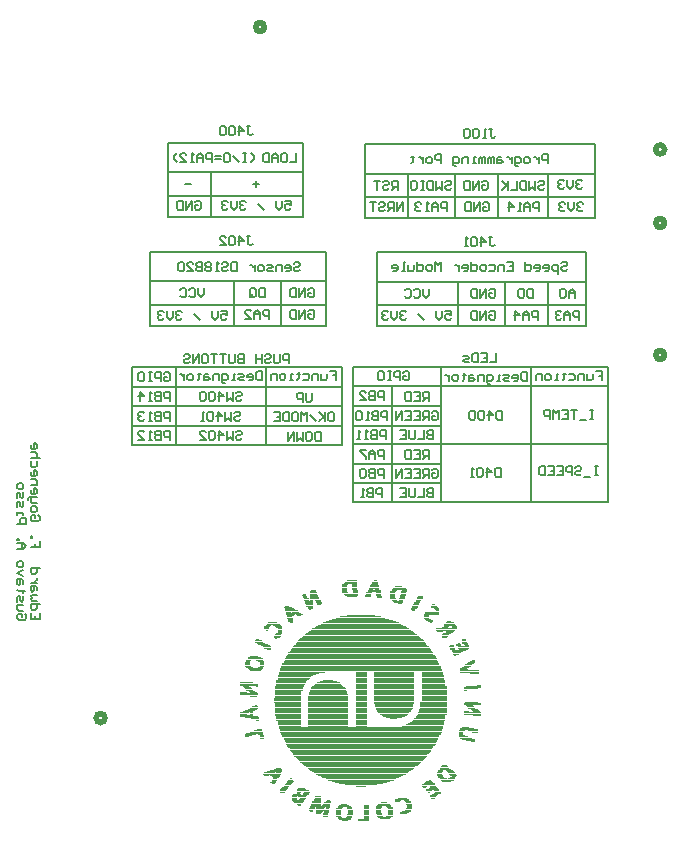
<source format=gbo>
G04*
G04 #@! TF.GenerationSoftware,Altium Limited,Altium Designer,24.3.1 (35)*
G04*
G04 Layer_Color=32896*
%FSLAX25Y25*%
%MOIN*%
G70*
G04*
G04 #@! TF.SameCoordinates,CBDEA9DE-FB5E-4B32-9C3F-323BEE311ABC*
G04*
G04*
G04 #@! TF.FilePolarity,Positive*
G04*
G01*
G75*
%ADD10C,0.00500*%
%ADD69C,0.02000*%
%ADD80C,0.00400*%
D10*
X48425Y208366D02*
X106890D01*
X48425Y233071D02*
X106890D01*
Y208366D02*
Y233071D01*
X48425Y208366D02*
Y233071D01*
X54527Y244685D02*
X99213D01*
X54527Y269390D02*
X99213D01*
Y244685D02*
Y269390D01*
X54527Y244685D02*
Y269390D01*
X120177Y244094D02*
X196653D01*
X120177Y268799D02*
X196653D01*
Y244094D02*
Y268799D01*
X120177Y244094D02*
Y268799D01*
X124016Y208268D02*
X193602D01*
X124016Y232972D02*
X193602D01*
Y208268D02*
Y232972D01*
X124016Y208268D02*
Y232972D01*
X115945Y149549D02*
X200984D01*
X115945Y194431D02*
X200984D01*
Y149549D02*
Y194431D01*
X115945Y149549D02*
Y194431D01*
X42520Y168504D02*
X112205D01*
X42520Y194488D02*
X112205D01*
Y168504D02*
Y194488D01*
X42520Y168504D02*
Y194488D01*
X57061Y194488D02*
X57065Y168504D01*
X87005Y194488D02*
X87008Y168504D01*
X115945Y168841D02*
X200984Y168841D01*
X115945Y162205D02*
X145472D01*
X115945Y155760D02*
X145472D01*
X128937Y188132D02*
X128942Y149549D01*
X42520Y187955D02*
X112205D01*
X42520Y181510D02*
X112205D01*
X42520Y174803D02*
X112205D01*
X115945Y175051D02*
X145473D01*
X115945Y181496D02*
X145473D01*
X145472Y194431D02*
X145478Y149549D01*
X175416Y194431D02*
X175421Y149549D01*
X115945Y188132D02*
X200984Y188132D01*
X150886Y208268D02*
Y223031D01*
X124409Y223031D02*
X193504Y223031D01*
X124016Y215256D02*
X193504Y215256D01*
X166535Y208268D02*
Y223031D01*
X180905Y208268D02*
Y223031D01*
X180020Y251083D02*
X196653D01*
X180020Y258858D02*
X196457D01*
X181102Y244094D02*
Y258858D01*
X120276D02*
X181102D01*
X68602Y244685D02*
Y259449D01*
X54528Y251673D02*
X99114D01*
X54626Y259449D02*
X99213D01*
X120177Y251083D02*
X180118D01*
X134252Y244094D02*
Y258858D01*
X149902Y244094D02*
Y258858D01*
X164272Y244094D02*
Y258858D01*
X48425Y223130D02*
X106890Y223130D01*
X48425Y215354D02*
X106791Y215354D01*
X76279Y208366D02*
Y223130D01*
X91929Y208366D02*
Y223130D01*
X163752Y199111D02*
Y196112D01*
X161752D01*
X158753Y199111D02*
X160753D01*
Y196112D01*
X158753D01*
X160753Y197612D02*
X159753D01*
X157754Y199111D02*
Y196112D01*
X156254D01*
X155754Y196612D01*
Y198611D01*
X156254Y199111D01*
X157754D01*
X154754Y196112D02*
X153255D01*
X152755Y196612D01*
X153255Y197112D01*
X154255D01*
X154754Y197612D01*
X154255Y198112D01*
X152755D01*
X85720Y193081D02*
Y190082D01*
X84221D01*
X83721Y190582D01*
Y192581D01*
X84221Y193081D01*
X85720D01*
X81222Y190082D02*
X82222D01*
X82721Y190582D01*
Y191582D01*
X82222Y192082D01*
X81222D01*
X80722Y191582D01*
Y191082D01*
X82721D01*
X79722Y190082D02*
X78223D01*
X77723Y190582D01*
X78223Y191082D01*
X79223D01*
X79722Y191582D01*
X79223Y192082D01*
X77723D01*
X76723Y190082D02*
X75724D01*
X76223D01*
Y192082D01*
X76723D01*
X73225Y189083D02*
X72725D01*
X72225Y189583D01*
Y192082D01*
X73724D01*
X74224Y191582D01*
Y190582D01*
X73724Y190082D01*
X72225D01*
X71225D02*
Y192082D01*
X69726D01*
X69226Y191582D01*
Y190082D01*
X67726Y192082D02*
X66727D01*
X66227Y191582D01*
Y190082D01*
X67726D01*
X68226Y190582D01*
X67726Y191082D01*
X66227D01*
X64727Y192581D02*
Y192082D01*
X65227D01*
X64227D01*
X64727D01*
Y190582D01*
X64227Y190082D01*
X62228D02*
X61228D01*
X60729Y190582D01*
Y191582D01*
X61228Y192082D01*
X62228D01*
X62728Y191582D01*
Y190582D01*
X62228Y190082D01*
X59729Y192082D02*
Y190082D01*
Y191082D01*
X59229Y191582D01*
X58729Y192082D01*
X58229D01*
X108524Y193263D02*
X110524D01*
Y191763D01*
X109524D01*
X110524D01*
Y190264D01*
X107525Y192263D02*
Y190764D01*
X107025Y190264D01*
X105525D01*
Y192263D01*
X104526Y190264D02*
Y192263D01*
X103026D01*
X102526Y191763D01*
Y190264D01*
X99527Y192263D02*
X101027D01*
X101526Y191763D01*
Y190764D01*
X101027Y190264D01*
X99527D01*
X98028Y192763D02*
Y192263D01*
X98527D01*
X97528D01*
X98028D01*
Y190764D01*
X97528Y190264D01*
X96028D02*
X95029D01*
X95529D01*
Y192263D01*
X96028D01*
X93029Y190264D02*
X92030D01*
X91530Y190764D01*
Y191763D01*
X92030Y192263D01*
X93029D01*
X93529Y191763D01*
Y190764D01*
X93029Y190264D01*
X90530D02*
Y192263D01*
X89031D01*
X88531Y191763D01*
Y190264D01*
X53013Y192369D02*
X53512Y192869D01*
X54512D01*
X55012Y192369D01*
Y190370D01*
X54512Y189870D01*
X53512D01*
X53013Y190370D01*
Y191370D01*
X54012D01*
X52013Y189870D02*
Y192869D01*
X50513D01*
X50013Y192369D01*
Y191370D01*
X50513Y190870D01*
X52013D01*
X49014Y192869D02*
X48014D01*
X48514D01*
Y189870D01*
X49014D01*
X48014D01*
X45015Y192869D02*
X46015D01*
X46515Y192369D01*
Y190370D01*
X46015Y189870D01*
X45015D01*
X44515Y190370D01*
Y192369D01*
X45015Y192869D01*
X94567Y195776D02*
Y198775D01*
X93067D01*
X92568Y198275D01*
Y197275D01*
X93067Y196775D01*
X94567D01*
X91568Y198775D02*
Y196275D01*
X91068Y195776D01*
X90068D01*
X89569Y196275D01*
Y198775D01*
X86570Y198275D02*
X87069Y198775D01*
X88069D01*
X88569Y198275D01*
Y197775D01*
X88069Y197275D01*
X87069D01*
X86570Y196775D01*
Y196275D01*
X87069Y195776D01*
X88069D01*
X88569Y196275D01*
X85570Y198775D02*
Y195776D01*
Y197275D01*
X83570D01*
Y198775D01*
Y195776D01*
X79572Y198775D02*
Y195776D01*
X78072D01*
X77573Y196275D01*
Y196775D01*
X78072Y197275D01*
X79572D01*
X78072D01*
X77573Y197775D01*
Y198275D01*
X78072Y198775D01*
X79572D01*
X76573D02*
Y196275D01*
X76073Y195776D01*
X75073D01*
X74573Y196275D01*
Y198775D01*
X73574D02*
X71574D01*
X72574D01*
Y195776D01*
X70575Y198775D02*
X68575D01*
X69575D01*
Y195776D01*
X66076Y198775D02*
X67076D01*
X67576Y198275D01*
Y196275D01*
X67076Y195776D01*
X66076D01*
X65576Y196275D01*
Y198275D01*
X66076Y198775D01*
X64577Y195776D02*
Y198775D01*
X62577Y195776D01*
Y198775D01*
X59578Y198275D02*
X60078Y198775D01*
X61078D01*
X61578Y198275D01*
Y197775D01*
X61078Y197275D01*
X60078D01*
X59578Y196775D01*
Y196275D01*
X60078Y195776D01*
X61078D01*
X61578Y196275D01*
X165859Y179936D02*
Y176937D01*
X164359D01*
X163860Y177436D01*
Y179436D01*
X164359Y179936D01*
X165859D01*
X161360Y176937D02*
Y179936D01*
X162860Y178436D01*
X160861D01*
X159861Y179436D02*
X159361Y179936D01*
X158361D01*
X157862Y179436D01*
Y177436D01*
X158361Y176937D01*
X159361D01*
X159861Y177436D01*
Y179436D01*
X156862D02*
X156362Y179936D01*
X155362D01*
X154862Y179436D01*
Y177436D01*
X155362Y176937D01*
X156362D01*
X156862Y177436D01*
Y179436D01*
X165359Y161038D02*
Y158039D01*
X163860D01*
X163360Y158539D01*
Y160538D01*
X163860Y161038D01*
X165359D01*
X160861Y158039D02*
Y161038D01*
X162360Y159538D01*
X160361D01*
X159361Y160538D02*
X158861Y161038D01*
X157862D01*
X157362Y160538D01*
Y158539D01*
X157862Y158039D01*
X158861D01*
X159361Y158539D01*
Y160538D01*
X156362Y158039D02*
X155362D01*
X155862D01*
Y161038D01*
X156362Y160538D01*
X197660Y161422D02*
X196660D01*
X197160D01*
Y158423D01*
X197660D01*
X196660D01*
X195161Y157923D02*
X193161D01*
X190162Y160922D02*
X190662Y161422D01*
X191662D01*
X192162Y160922D01*
Y160422D01*
X191662Y159923D01*
X190662D01*
X190162Y159423D01*
Y158923D01*
X190662Y158423D01*
X191662D01*
X192162Y158923D01*
X189163Y158423D02*
Y161422D01*
X187663D01*
X187163Y160922D01*
Y159923D01*
X187663Y159423D01*
X189163D01*
X184164Y161422D02*
X186164D01*
Y158423D01*
X184164D01*
X186164Y159923D02*
X185164D01*
X181165Y161422D02*
X183165D01*
Y158423D01*
X181165D01*
X183165Y159923D02*
X182165D01*
X180166Y161422D02*
Y158423D01*
X178666D01*
X178166Y158923D01*
Y160922D01*
X178666Y161422D01*
X180166D01*
X126272Y164033D02*
Y167033D01*
X124772D01*
X124272Y166533D01*
Y165533D01*
X124772Y165033D01*
X126272D01*
X123273Y164033D02*
Y166033D01*
X122273Y167033D01*
X121273Y166033D01*
Y164033D01*
Y165533D01*
X123273D01*
X120274Y167033D02*
X118274D01*
Y166533D01*
X120274Y164533D01*
Y164033D01*
X126272Y157589D02*
Y160588D01*
X124772D01*
X124272Y160088D01*
Y159088D01*
X124772Y158588D01*
X126272D01*
X123273Y160588D02*
Y157589D01*
X121773D01*
X121273Y158088D01*
Y158588D01*
X121773Y159088D01*
X123273D01*
X121773D01*
X121273Y159588D01*
Y160088D01*
X121773Y160588D01*
X123273D01*
X120274Y160088D02*
X119774Y160588D01*
X118774D01*
X118274Y160088D01*
Y158088D01*
X118774Y157589D01*
X119774D01*
X120274Y158088D01*
Y160088D01*
X125772Y151144D02*
Y154143D01*
X124272D01*
X123773Y153643D01*
Y152643D01*
X124272Y152143D01*
X125772D01*
X122773Y154143D02*
Y151144D01*
X121273D01*
X120773Y151644D01*
Y152143D01*
X121273Y152643D01*
X122773D01*
X121273D01*
X120773Y153143D01*
Y153643D01*
X121273Y154143D01*
X122773D01*
X119774Y151144D02*
X118774D01*
X119274D01*
Y154143D01*
X119774Y153643D01*
X142710Y154143D02*
Y151144D01*
X141210D01*
X140710Y151644D01*
Y152143D01*
X141210Y152643D01*
X142710D01*
X141210D01*
X140710Y153143D01*
Y153643D01*
X141210Y154143D01*
X142710D01*
X139711D02*
Y151144D01*
X137712D01*
X136712Y154143D02*
Y151644D01*
X136212Y151144D01*
X135212D01*
X134713Y151644D01*
Y154143D01*
X131713D02*
X133713D01*
Y151144D01*
X131713D01*
X133713Y152643D02*
X132713D01*
X142210Y160088D02*
X142710Y160588D01*
X143710D01*
X144209Y160088D01*
Y158088D01*
X143710Y157589D01*
X142710D01*
X142210Y158088D01*
Y159088D01*
X143210D01*
X141210Y157589D02*
Y160588D01*
X139711D01*
X139211Y160088D01*
Y159088D01*
X139711Y158588D01*
X141210D01*
X140211D02*
X139211Y157589D01*
X136212Y160588D02*
X138211D01*
Y157589D01*
X136212D01*
X138211Y159088D02*
X137212D01*
X133213Y160588D02*
X135212D01*
Y157589D01*
X133213D01*
X135212Y159088D02*
X134213D01*
X132213Y157589D02*
Y160588D01*
X130214Y157589D01*
Y160588D01*
X141210Y164033D02*
Y167033D01*
X139711D01*
X139211Y166533D01*
Y165533D01*
X139711Y165033D01*
X141210D01*
X140211D02*
X139211Y164033D01*
X136212Y167033D02*
X138211D01*
Y164033D01*
X136212D01*
X138211Y165533D02*
X137212D01*
X135212Y167033D02*
Y164033D01*
X133713D01*
X133213Y164533D01*
Y166533D01*
X133713Y167033D01*
X135212D01*
X76973Y185838D02*
X77473Y186338D01*
X78473D01*
X78973Y185838D01*
Y185338D01*
X78473Y184838D01*
X77473D01*
X76973Y184338D01*
Y183838D01*
X77473Y183339D01*
X78473D01*
X78973Y183838D01*
X75974Y186338D02*
Y183339D01*
X74974Y184338D01*
X73974Y183339D01*
Y186338D01*
X71475Y183339D02*
Y186338D01*
X72975Y184838D01*
X70975D01*
X69976Y185838D02*
X69476Y186338D01*
X68476D01*
X67976Y185838D01*
Y183838D01*
X68476Y183339D01*
X69476D01*
X69976Y183838D01*
Y185838D01*
X66976D02*
X66477Y186338D01*
X65477D01*
X64977Y185838D01*
Y183838D01*
X65477Y183339D01*
X66477D01*
X66976Y183838D01*
Y185838D01*
X102239Y185944D02*
Y183445D01*
X101739Y182945D01*
X100739D01*
X100239Y183445D01*
Y185944D01*
X99240Y182945D02*
Y185944D01*
X97740D01*
X97240Y185444D01*
Y184444D01*
X97740Y183945D01*
X99240D01*
X55012Y183339D02*
Y186338D01*
X53512D01*
X53013Y185838D01*
Y184838D01*
X53512Y184338D01*
X55012D01*
X52013Y186338D02*
Y183339D01*
X50513D01*
X50013Y183838D01*
Y184338D01*
X50513Y184838D01*
X52013D01*
X50513D01*
X50013Y185338D01*
Y185838D01*
X50513Y186338D01*
X52013D01*
X49014Y183339D02*
X48014D01*
X48514D01*
Y186338D01*
X49014Y185838D01*
X45015Y183339D02*
Y186338D01*
X46515Y184838D01*
X44515D01*
X55012Y176632D02*
Y179631D01*
X53512D01*
X53013Y179131D01*
Y178131D01*
X53512Y177632D01*
X55012D01*
X52013Y179631D02*
Y176632D01*
X50513D01*
X50013Y177132D01*
Y177632D01*
X50513Y178131D01*
X52013D01*
X50513D01*
X50013Y178631D01*
Y179131D01*
X50513Y179631D01*
X52013D01*
X49014Y176632D02*
X48014D01*
X48514D01*
Y179631D01*
X49014Y179131D01*
X46515D02*
X46015Y179631D01*
X45015D01*
X44515Y179131D01*
Y178631D01*
X45015Y178131D01*
X45515D01*
X45015D01*
X44515Y177632D01*
Y177132D01*
X45015Y176632D01*
X46015D01*
X46515Y177132D01*
X108237Y179483D02*
X109236D01*
X109736Y178983D01*
Y176984D01*
X109236Y176484D01*
X108237D01*
X107737Y176984D01*
Y178983D01*
X108237Y179483D01*
X106737D02*
Y176484D01*
Y177484D01*
X104738Y179483D01*
X106237Y177984D01*
X104738Y176484D01*
X103738D02*
X101739Y178484D01*
X100739Y176484D02*
Y179483D01*
X99739Y178484D01*
X98740Y179483D01*
Y176484D01*
X96241Y179483D02*
X97240D01*
X97740Y178983D01*
Y176984D01*
X97240Y176484D01*
X96241D01*
X95741Y176984D01*
Y178983D01*
X96241Y179483D01*
X94741D02*
Y176484D01*
X93242D01*
X92742Y176984D01*
Y178983D01*
X93242Y179483D01*
X94741D01*
X89743D02*
X91742D01*
Y176484D01*
X89743D01*
X91742Y177984D02*
X90742D01*
X76473Y179131D02*
X76973Y179631D01*
X77973D01*
X78473Y179131D01*
Y178631D01*
X77973Y178131D01*
X76973D01*
X76473Y177632D01*
Y177132D01*
X76973Y176632D01*
X77973D01*
X78473Y177132D01*
X75474Y179631D02*
Y176632D01*
X74474Y177632D01*
X73474Y176632D01*
Y179631D01*
X70975Y176632D02*
Y179631D01*
X72475Y178131D01*
X70475D01*
X69476Y179131D02*
X68976Y179631D01*
X67976D01*
X67476Y179131D01*
Y177132D01*
X67976Y176632D01*
X68976D01*
X69476Y177132D01*
Y179131D01*
X66477Y176632D02*
X65477D01*
X65977D01*
Y179631D01*
X66477Y179131D01*
X55012Y170333D02*
Y173332D01*
X53512D01*
X53013Y172832D01*
Y171832D01*
X53512Y171332D01*
X55012D01*
X52013Y173332D02*
Y170333D01*
X50513D01*
X50013Y170833D01*
Y171332D01*
X50513Y171832D01*
X52013D01*
X50513D01*
X50013Y172332D01*
Y172832D01*
X50513Y173332D01*
X52013D01*
X49014Y170333D02*
X48014D01*
X48514D01*
Y173332D01*
X49014Y172832D01*
X44515Y170333D02*
X46515D01*
X44515Y172332D01*
Y172832D01*
X45015Y173332D01*
X46015D01*
X46515Y172832D01*
X105238Y172938D02*
Y169939D01*
X103738D01*
X103238Y170439D01*
Y172438D01*
X103738Y172938D01*
X105238D01*
X100739D02*
X101739D01*
X102239Y172438D01*
Y170439D01*
X101739Y169939D01*
X100739D01*
X100239Y170439D01*
Y172438D01*
X100739Y172938D01*
X99240D02*
Y169939D01*
X98240Y170939D01*
X97240Y169939D01*
Y172938D01*
X96241Y169939D02*
Y172938D01*
X94241Y169939D01*
Y172938D01*
X76973Y172832D02*
X77473Y173332D01*
X78473D01*
X78973Y172832D01*
Y172332D01*
X78473Y171832D01*
X77473D01*
X76973Y171332D01*
Y170833D01*
X77473Y170333D01*
X78473D01*
X78973Y170833D01*
X75974Y173332D02*
Y170333D01*
X74974Y171332D01*
X73974Y170333D01*
Y173332D01*
X71475Y170333D02*
Y173332D01*
X72975Y171832D01*
X70975D01*
X69976Y172832D02*
X69476Y173332D01*
X68476D01*
X67976Y172832D01*
Y170833D01*
X68476Y170333D01*
X69476D01*
X69976Y170833D01*
Y172832D01*
X64977Y170333D02*
X66976D01*
X64977Y172332D01*
Y172832D01*
X65477Y173332D01*
X66477D01*
X66976Y172832D01*
X141210Y183325D02*
Y186324D01*
X139711D01*
X139211Y185824D01*
Y184824D01*
X139711Y184325D01*
X141210D01*
X140211D02*
X139211Y183325D01*
X136212Y186324D02*
X138211D01*
Y183325D01*
X136212D01*
X138211Y184824D02*
X137212D01*
X135212Y186324D02*
Y183325D01*
X133713D01*
X133213Y183825D01*
Y185824D01*
X133713Y186324D01*
X135212D01*
X142210Y179379D02*
X142710Y179879D01*
X143710D01*
X144209Y179379D01*
Y177380D01*
X143710Y176880D01*
X142710D01*
X142210Y177380D01*
Y178379D01*
X143210D01*
X141210Y176880D02*
Y179879D01*
X139711D01*
X139211Y179379D01*
Y178379D01*
X139711Y177880D01*
X141210D01*
X140211D02*
X139211Y176880D01*
X136212Y179879D02*
X138211D01*
Y176880D01*
X136212D01*
X138211Y178379D02*
X137212D01*
X133213Y179879D02*
X135212D01*
Y176880D01*
X133213D01*
X135212Y178379D02*
X134213D01*
X132213Y176880D02*
Y179879D01*
X130214Y176880D01*
Y179879D01*
X142710Y173434D02*
Y170435D01*
X141210D01*
X140710Y170935D01*
Y171435D01*
X141210Y171935D01*
X142710D01*
X141210D01*
X140710Y172434D01*
Y172934D01*
X141210Y173434D01*
X142710D01*
X139711D02*
Y170435D01*
X137712D01*
X136712Y173434D02*
Y170935D01*
X136212Y170435D01*
X135212D01*
X134713Y170935D01*
Y173434D01*
X131713D02*
X133713D01*
Y170435D01*
X131713D01*
X133713Y171935D02*
X132713D01*
X127021Y170435D02*
Y173434D01*
X125522D01*
X125022Y172934D01*
Y171935D01*
X125522Y171435D01*
X127021D01*
X124022Y173434D02*
Y170435D01*
X122523D01*
X122023Y170935D01*
Y171435D01*
X122523Y171935D01*
X124022D01*
X122523D01*
X122023Y172434D01*
Y172934D01*
X122523Y173434D01*
X124022D01*
X121023Y170435D02*
X120024D01*
X120524D01*
Y173434D01*
X121023Y172934D01*
X118524Y170435D02*
X117525D01*
X118024D01*
Y173434D01*
X118524Y172934D01*
X127521Y176880D02*
Y179879D01*
X126022D01*
X125522Y179379D01*
Y178379D01*
X126022Y177880D01*
X127521D01*
X124522Y179879D02*
Y176880D01*
X123023D01*
X122523Y177380D01*
Y177880D01*
X123023Y178379D01*
X124522D01*
X123023D01*
X122523Y178879D01*
Y179379D01*
X123023Y179879D01*
X124522D01*
X121523Y176880D02*
X120524D01*
X121023D01*
Y179879D01*
X121523Y179379D01*
X119024D02*
X118524Y179879D01*
X117525D01*
X117025Y179379D01*
Y177380D01*
X117525Y176880D01*
X118524D01*
X119024Y177380D01*
Y179379D01*
X126272Y183571D02*
Y186570D01*
X124772D01*
X124272Y186070D01*
Y185070D01*
X124772Y184571D01*
X126272D01*
X123273Y186570D02*
Y183571D01*
X121773D01*
X121273Y184071D01*
Y184571D01*
X121773Y185070D01*
X123273D01*
X121773D01*
X121273Y185570D01*
Y186070D01*
X121773Y186570D01*
X123273D01*
X118274Y183571D02*
X120274D01*
X118274Y185570D01*
Y186070D01*
X118774Y186570D01*
X119774D01*
X120274Y186070D01*
X196160Y180320D02*
X195161D01*
X195660D01*
Y177321D01*
X196160D01*
X195161D01*
X193661Y176821D02*
X191662D01*
X190662Y180320D02*
X188663D01*
X189662D01*
Y177321D01*
X185664Y180320D02*
X187663D01*
Y177321D01*
X185664D01*
X187663Y178820D02*
X186663D01*
X184664Y177321D02*
Y180320D01*
X183664Y179320D01*
X182665Y180320D01*
Y177321D01*
X181665D02*
Y180320D01*
X180166D01*
X179666Y179820D01*
Y178820D01*
X180166Y178320D01*
X181665D01*
X132737Y192706D02*
X133237Y193206D01*
X134236D01*
X134736Y192706D01*
Y190707D01*
X134236Y190207D01*
X133237D01*
X132737Y190707D01*
Y191706D01*
X133737D01*
X131737Y190207D02*
Y193206D01*
X130238D01*
X129738Y192706D01*
Y191706D01*
X130238Y191206D01*
X131737D01*
X128738Y193206D02*
X127738D01*
X128238D01*
Y190207D01*
X128738D01*
X127738D01*
X124739Y193206D02*
X125739D01*
X126239Y192706D01*
Y190707D01*
X125739Y190207D01*
X124739D01*
X124240Y190707D01*
Y192706D01*
X124739Y193206D01*
X196910D02*
X198909D01*
Y191706D01*
X197910D01*
X198909D01*
Y190207D01*
X195910Y192206D02*
Y190707D01*
X195411Y190207D01*
X193911D01*
Y192206D01*
X192911Y190207D02*
Y192206D01*
X191412D01*
X190912Y191706D01*
Y190207D01*
X187913Y192206D02*
X189412D01*
X189912Y191706D01*
Y190707D01*
X189412Y190207D01*
X187913D01*
X186414Y192706D02*
Y192206D01*
X186913D01*
X185914D01*
X186414D01*
Y190707D01*
X185914Y190207D01*
X184414D02*
X183414D01*
X183914D01*
Y192206D01*
X184414D01*
X181415Y190207D02*
X180415D01*
X179916Y190707D01*
Y191706D01*
X180415Y192206D01*
X181415D01*
X181915Y191706D01*
Y190707D01*
X181415Y190207D01*
X178916D02*
Y192206D01*
X177416D01*
X176917Y191706D01*
Y190207D01*
X174106Y193024D02*
Y190025D01*
X172607D01*
X172107Y190525D01*
Y192525D01*
X172607Y193024D01*
X174106D01*
X169608Y190025D02*
X170607D01*
X171107Y190525D01*
Y191525D01*
X170607Y192025D01*
X169608D01*
X169108Y191525D01*
Y191025D01*
X171107D01*
X168108Y190025D02*
X166609D01*
X166109Y190525D01*
X166609Y191025D01*
X167608D01*
X168108Y191525D01*
X167608Y192025D01*
X166109D01*
X165109Y190025D02*
X164110D01*
X164609D01*
Y192025D01*
X165109D01*
X161610Y189026D02*
X161110D01*
X160611Y189525D01*
Y192025D01*
X162110D01*
X162610Y191525D01*
Y190525D01*
X162110Y190025D01*
X160611D01*
X159611D02*
Y192025D01*
X158112D01*
X157612Y191525D01*
Y190025D01*
X156112Y192025D02*
X155112D01*
X154613Y191525D01*
Y190025D01*
X156112D01*
X156612Y190525D01*
X156112Y191025D01*
X154613D01*
X153113Y192525D02*
Y192025D01*
X153613D01*
X152613D01*
X153113D01*
Y190525D01*
X152613Y190025D01*
X150614D02*
X149614D01*
X149114Y190525D01*
Y191525D01*
X149614Y192025D01*
X150614D01*
X151114Y191525D01*
Y190525D01*
X150614Y190025D01*
X148115Y192025D02*
Y190025D01*
Y191025D01*
X147615Y191525D01*
X147115Y192025D01*
X146615D01*
X146713Y213342D02*
X148713D01*
Y211842D01*
X147713Y212342D01*
X147213D01*
X146713Y211842D01*
Y210842D01*
X147213Y210343D01*
X148213D01*
X148713Y210842D01*
X145714Y213342D02*
Y211342D01*
X144714Y210343D01*
X143714Y211342D01*
Y213342D01*
X139716Y210343D02*
X137716Y212342D01*
X133717Y212842D02*
X133218Y213342D01*
X132218D01*
X131718Y212842D01*
Y212342D01*
X132218Y211842D01*
X132718D01*
X132218D01*
X131718Y211342D01*
Y210842D01*
X132218Y210343D01*
X133218D01*
X133717Y210842D01*
X130718Y213342D02*
Y211342D01*
X129719Y210343D01*
X128719Y211342D01*
Y213342D01*
X127719Y212842D02*
X127219Y213342D01*
X126220D01*
X125720Y212842D01*
Y212342D01*
X126220Y211842D01*
X126720D01*
X126220D01*
X125720Y211342D01*
Y210842D01*
X126220Y210343D01*
X127219D01*
X127719Y210842D01*
X141215Y220724D02*
Y218724D01*
X140215Y217724D01*
X139216Y218724D01*
Y220724D01*
X136217Y220224D02*
X136716Y220724D01*
X137716D01*
X138216Y220224D01*
Y218224D01*
X137716Y217724D01*
X136716D01*
X136217Y218224D01*
X133218Y220224D02*
X133717Y220724D01*
X134717D01*
X135217Y220224D01*
Y218224D01*
X134717Y217724D01*
X133717D01*
X133218Y218224D01*
X71910Y213342D02*
X73909D01*
Y211842D01*
X72910Y212342D01*
X72410D01*
X71910Y211842D01*
Y210842D01*
X72410Y210343D01*
X73410D01*
X73909Y210842D01*
X70910Y213342D02*
Y211342D01*
X69911Y210343D01*
X68911Y211342D01*
Y213342D01*
X64912Y210343D02*
X62913Y212342D01*
X58914Y212842D02*
X58414Y213342D01*
X57415D01*
X56915Y212842D01*
Y212342D01*
X57415Y211842D01*
X57915D01*
X57415D01*
X56915Y211342D01*
Y210842D01*
X57415Y210343D01*
X58414D01*
X58914Y210842D01*
X55915Y213342D02*
Y211342D01*
X54916Y210343D01*
X53916Y211342D01*
Y213342D01*
X52916Y212842D02*
X52416Y213342D01*
X51417D01*
X50917Y212842D01*
Y212342D01*
X51417Y211842D01*
X51916D01*
X51417D01*
X50917Y211342D01*
Y210842D01*
X51417Y210343D01*
X52416D01*
X52916Y210842D01*
X177816Y256149D02*
X178315Y256649D01*
X179315D01*
X179815Y256149D01*
Y255649D01*
X179315Y255149D01*
X178315D01*
X177816Y254649D01*
Y254150D01*
X178315Y253650D01*
X179315D01*
X179815Y254150D01*
X176816Y256649D02*
Y253650D01*
X175816Y254649D01*
X174817Y253650D01*
Y256649D01*
X173817D02*
Y253650D01*
X172317D01*
X171818Y254150D01*
Y256149D01*
X172317Y256649D01*
X173817D01*
X170818D02*
Y253650D01*
X168818D01*
X167819Y256649D02*
Y253650D01*
Y254649D01*
X165820Y256649D01*
X167319Y255149D01*
X165820Y253650D01*
X97138Y265810D02*
Y262811D01*
X95138D01*
X92639Y265810D02*
X93639D01*
X94139Y265310D01*
Y263311D01*
X93639Y262811D01*
X92639D01*
X92139Y263311D01*
Y265310D01*
X92639Y265810D01*
X91140Y262811D02*
Y264810D01*
X90140Y265810D01*
X89140Y264810D01*
Y262811D01*
Y264310D01*
X91140D01*
X88141Y265810D02*
Y262811D01*
X86641D01*
X86141Y263311D01*
Y265310D01*
X86641Y265810D01*
X88141D01*
X81965Y262811D02*
X82965Y263811D01*
Y264810D01*
X81965Y265810D01*
X80465D02*
X79466D01*
X79966D01*
Y262811D01*
X80465D01*
X79466D01*
X77966D02*
X75967Y264810D01*
X73468Y265810D02*
X74467D01*
X74967Y265310D01*
Y263311D01*
X74467Y262811D01*
X73468D01*
X72968Y263311D01*
Y265310D01*
X73468Y265810D01*
X71968Y263811D02*
X69969D01*
X71968Y264810D02*
X69969D01*
X68969Y262811D02*
Y265810D01*
X67470D01*
X66970Y265310D01*
Y264310D01*
X67470Y263811D01*
X68969D01*
X65970Y262811D02*
Y264810D01*
X64970Y265810D01*
X63971Y264810D01*
Y262811D01*
Y264310D01*
X65970D01*
X62971Y262811D02*
X61971D01*
X62471D01*
Y265810D01*
X62971Y265310D01*
X58473Y262811D02*
X60472D01*
X58473Y264810D01*
Y265310D01*
X58972Y265810D01*
X59972D01*
X60472Y265310D01*
X57473Y262811D02*
X56473Y263811D01*
Y264810D01*
X57473Y265810D01*
X6543Y112342D02*
X7042Y111842D01*
Y110842D01*
X6543Y110343D01*
X4543D01*
X4043Y110842D01*
Y111842D01*
X4543Y112342D01*
X5543D01*
Y111342D01*
X6043Y113342D02*
X4543D01*
X4043Y113841D01*
Y115341D01*
X6043D01*
X4043Y116341D02*
Y117840D01*
X4543Y118340D01*
X5043Y117840D01*
Y116840D01*
X5543Y116341D01*
X6043Y116840D01*
Y118340D01*
X6543Y119840D02*
X6043D01*
Y119340D01*
Y120339D01*
Y119840D01*
X4543D01*
X4043Y120339D01*
X6043Y122339D02*
Y123338D01*
X5543Y123838D01*
X4043D01*
Y122339D01*
X4543Y121839D01*
X5043Y122339D01*
Y123838D01*
X6043Y124838D02*
X4043Y125838D01*
X6043Y126837D01*
X4043Y128337D02*
Y129336D01*
X4543Y129836D01*
X5543D01*
X6043Y129336D01*
Y128337D01*
X5543Y127837D01*
X4543D01*
X4043Y128337D01*
Y133835D02*
X6043D01*
X7042Y134835D01*
X6043Y135834D01*
X4043D01*
X5543D01*
Y133835D01*
X4043Y136834D02*
X4543D01*
Y137334D01*
X4043D01*
Y136834D01*
Y142332D02*
X7042D01*
Y143832D01*
X6543Y144332D01*
X5543D01*
X5043Y143832D01*
Y142332D01*
X4043Y145331D02*
Y146331D01*
Y145831D01*
X6043D01*
Y145331D01*
X4043Y147830D02*
Y149330D01*
X4543Y149830D01*
X5043Y149330D01*
Y148330D01*
X5543Y147830D01*
X6043Y148330D01*
Y149830D01*
X4043Y150829D02*
Y152329D01*
X4543Y152829D01*
X5043Y152329D01*
Y151329D01*
X5543Y150829D01*
X6043Y151329D01*
Y152829D01*
X4043Y154328D02*
Y155328D01*
X4543Y155828D01*
X5543D01*
X6043Y155328D01*
Y154328D01*
X5543Y153829D01*
X4543D01*
X4043Y154328D01*
X11585Y112736D02*
Y110736D01*
X8586D01*
Y112736D01*
X10086Y110736D02*
Y111736D01*
X11585Y115735D02*
X8586D01*
Y114235D01*
X9086Y113735D01*
X10086D01*
X10586Y114235D01*
Y115735D01*
Y116734D02*
X9086D01*
X8586Y117234D01*
X9086Y117734D01*
X8586Y118234D01*
X9086Y118734D01*
X10586D01*
Y120233D02*
Y121233D01*
X10086Y121733D01*
X8586D01*
Y120233D01*
X9086Y119733D01*
X9586Y120233D01*
Y121733D01*
X10586Y122732D02*
X8586D01*
X9586D01*
X10086Y123232D01*
X10586Y123732D01*
Y124232D01*
X11585Y127731D02*
X8586D01*
Y126231D01*
X9086Y125731D01*
X10086D01*
X10586Y126231D01*
Y127731D01*
X11585Y136728D02*
Y134729D01*
X10086D01*
Y135728D01*
Y134729D01*
X8586D01*
Y137727D02*
X9086D01*
Y138227D01*
X8586D01*
Y137727D01*
X11085Y145225D02*
X11585Y144725D01*
Y143726D01*
X11085Y143226D01*
X9086D01*
X8586Y143726D01*
Y144725D01*
X9086Y145225D01*
X10086D01*
Y144225D01*
X8586Y146725D02*
Y147724D01*
X9086Y148224D01*
X10086D01*
X10586Y147724D01*
Y146725D01*
X10086Y146225D01*
X9086D01*
X8586Y146725D01*
X10586Y149224D02*
X9086D01*
X8586Y149724D01*
Y151223D01*
X8087D01*
X7587Y150723D01*
Y150224D01*
X8586Y151223D02*
X10586D01*
X8586Y153722D02*
Y152723D01*
X9086Y152223D01*
X10086D01*
X10586Y152723D01*
Y153722D01*
X10086Y154222D01*
X9586D01*
Y152223D01*
X8586Y155222D02*
X10586D01*
Y156721D01*
X10086Y157221D01*
X8586D01*
Y159720D02*
Y158721D01*
X9086Y158221D01*
X10086D01*
X10586Y158721D01*
Y159720D01*
X10086Y160220D01*
X9586D01*
Y158221D01*
X10586Y163219D02*
Y161720D01*
X10086Y161220D01*
X9086D01*
X8586Y161720D01*
Y163219D01*
X11585Y164219D02*
X8586D01*
X10086D01*
X10586Y164719D01*
Y165718D01*
X10086Y166218D01*
X8586D01*
Y168718D02*
Y167718D01*
X9086Y167218D01*
X10086D01*
X10586Y167718D01*
Y168718D01*
X10086Y169217D01*
X9586D01*
Y167218D01*
X161252Y237751D02*
X162252D01*
X161752D01*
Y235252D01*
X162252Y234752D01*
X162752D01*
X163252Y235252D01*
X158753Y234752D02*
Y237751D01*
X160253Y236251D01*
X158253D01*
X157254Y237251D02*
X156754Y237751D01*
X155754D01*
X155254Y237251D01*
Y235252D01*
X155754Y234752D01*
X156754D01*
X157254Y235252D01*
Y237251D01*
X154255Y234752D02*
X153255D01*
X153755D01*
Y237751D01*
X154255Y237251D01*
X161379Y220224D02*
X161878Y220724D01*
X162878D01*
X163378Y220224D01*
Y218224D01*
X162878Y217724D01*
X161878D01*
X161379Y218224D01*
Y219224D01*
X162378D01*
X160379Y217724D02*
Y220724D01*
X158380Y217724D01*
Y220724D01*
X157380D02*
Y217724D01*
X155880D01*
X155380Y218224D01*
Y220224D01*
X155880Y220724D01*
X157380D01*
X185495Y229196D02*
X185994Y229696D01*
X186994D01*
X187494Y229196D01*
Y228696D01*
X186994Y228196D01*
X185994D01*
X185495Y227696D01*
Y227196D01*
X185994Y226696D01*
X186994D01*
X187494Y227196D01*
X184495Y225697D02*
Y228696D01*
X182995D01*
X182496Y228196D01*
Y227196D01*
X182995Y226696D01*
X184495D01*
X179996D02*
X180996D01*
X181496Y227196D01*
Y228196D01*
X180996Y228696D01*
X179996D01*
X179497Y228196D01*
Y227696D01*
X181496D01*
X176997Y226696D02*
X177997D01*
X178497Y227196D01*
Y228196D01*
X177997Y228696D01*
X176997D01*
X176497Y228196D01*
Y227696D01*
X178497D01*
X173498Y229696D02*
Y226696D01*
X174998D01*
X175498Y227196D01*
Y228196D01*
X174998Y228696D01*
X173498D01*
X167500Y229696D02*
X169500D01*
Y226696D01*
X167500D01*
X169500Y228196D02*
X168500D01*
X166501Y226696D02*
Y228696D01*
X165001D01*
X164501Y228196D01*
Y226696D01*
X161502Y228696D02*
X163002D01*
X163502Y228196D01*
Y227196D01*
X163002Y226696D01*
X161502D01*
X160003D02*
X159003D01*
X158503Y227196D01*
Y228196D01*
X159003Y228696D01*
X160003D01*
X160503Y228196D01*
Y227196D01*
X160003Y226696D01*
X155504Y229696D02*
Y226696D01*
X157004D01*
X157504Y227196D01*
Y228196D01*
X157004Y228696D01*
X155504D01*
X153005Y226696D02*
X154005D01*
X154505Y227196D01*
Y228196D01*
X154005Y228696D01*
X153005D01*
X152505Y228196D01*
Y227696D01*
X154505D01*
X151506Y228696D02*
Y226696D01*
Y227696D01*
X151006Y228196D01*
X150506Y228696D01*
X150006D01*
X145508Y226696D02*
Y229696D01*
X144508Y228696D01*
X143508Y229696D01*
Y226696D01*
X142009D02*
X141009D01*
X140509Y227196D01*
Y228196D01*
X141009Y228696D01*
X142009D01*
X142508Y228196D01*
Y227196D01*
X142009Y226696D01*
X137510Y229696D02*
Y226696D01*
X139010D01*
X139509Y227196D01*
Y228196D01*
X139010Y228696D01*
X137510D01*
X136510D02*
Y227196D01*
X136011Y226696D01*
X134511D01*
Y228696D01*
X133511Y226696D02*
X132512D01*
X133012D01*
Y229696D01*
X133511D01*
X129513Y226696D02*
X130512D01*
X131012Y227196D01*
Y228196D01*
X130512Y228696D01*
X129513D01*
X129013Y228196D01*
Y227696D01*
X131012D01*
X191528Y210343D02*
Y213342D01*
X190028D01*
X189528Y212842D01*
Y211842D01*
X190028Y211342D01*
X191528D01*
X188529Y210343D02*
Y212342D01*
X187529Y213342D01*
X186529Y212342D01*
Y210343D01*
Y211842D01*
X188529D01*
X185529Y212842D02*
X185030Y213342D01*
X184030D01*
X183530Y212842D01*
Y212342D01*
X184030Y211842D01*
X184530D01*
X184030D01*
X183530Y211342D01*
Y210842D01*
X184030Y210343D01*
X185030D01*
X185529Y210842D01*
X161379Y212842D02*
X161878Y213342D01*
X162878D01*
X163378Y212842D01*
Y210842D01*
X162878Y210343D01*
X161878D01*
X161379Y210842D01*
Y211842D01*
X162378D01*
X160379Y210343D02*
Y213342D01*
X158380Y210343D01*
Y213342D01*
X157380D02*
Y210343D01*
X155880D01*
X155380Y210842D01*
Y212842D01*
X155880Y213342D01*
X157380D01*
X176150Y220724D02*
Y217724D01*
X174651D01*
X174151Y218224D01*
Y220224D01*
X174651Y220724D01*
X176150D01*
X171651D02*
X172651D01*
X173151Y220224D01*
Y218224D01*
X172651Y217724D01*
X171651D01*
X171152Y218224D01*
Y220224D01*
X171651Y220724D01*
X177650Y210343D02*
Y213342D01*
X176150D01*
X175650Y212842D01*
Y211842D01*
X176150Y211342D01*
X177650D01*
X174651Y210343D02*
Y212342D01*
X173651Y213342D01*
X172651Y212342D01*
Y210343D01*
Y211842D01*
X174651D01*
X170152Y210343D02*
Y213342D01*
X171651Y211842D01*
X169652D01*
X190028Y217724D02*
Y219724D01*
X189028Y220724D01*
X188029Y219724D01*
Y217724D01*
Y219224D01*
X190028D01*
X187029Y220224D02*
X186529Y220724D01*
X185529D01*
X185030Y220224D01*
Y218224D01*
X185529Y217724D01*
X186529D01*
X187029Y218224D01*
Y220224D01*
X147213Y246563D02*
Y249562D01*
X145713D01*
X145214Y249062D01*
Y248062D01*
X145713Y247563D01*
X147213D01*
X144214Y246563D02*
Y248562D01*
X143214Y249562D01*
X142215Y248562D01*
Y246563D01*
Y248062D01*
X144214D01*
X141215Y246563D02*
X140215D01*
X140715D01*
Y249562D01*
X141215Y249062D01*
X138716D02*
X138216Y249562D01*
X137216D01*
X136716Y249062D01*
Y248562D01*
X137216Y248062D01*
X137716D01*
X137216D01*
X136716Y247563D01*
Y247063D01*
X137216Y246563D01*
X138216D01*
X138716Y247063D01*
X132571Y246563D02*
Y249562D01*
X130571Y246563D01*
Y249562D01*
X129572Y246563D02*
Y249562D01*
X128072D01*
X127573Y249062D01*
Y248062D01*
X128072Y247563D01*
X129572D01*
X128572D02*
X127573Y246563D01*
X124573Y249062D02*
X125073Y249562D01*
X126073D01*
X126573Y249062D01*
Y248562D01*
X126073Y248062D01*
X125073D01*
X124573Y247563D01*
Y247063D01*
X125073Y246563D01*
X126073D01*
X126573Y247063D01*
X123574Y249562D02*
X121574D01*
X122574D01*
Y246563D01*
X192807Y249062D02*
X192307Y249562D01*
X191307D01*
X190808Y249062D01*
Y248562D01*
X191307Y248062D01*
X191807D01*
X191307D01*
X190808Y247563D01*
Y247063D01*
X191307Y246563D01*
X192307D01*
X192807Y247063D01*
X189808Y249562D02*
Y247563D01*
X188808Y246563D01*
X187809Y247563D01*
Y249562D01*
X186809Y249062D02*
X186309Y249562D01*
X185310D01*
X184810Y249062D01*
Y248562D01*
X185310Y248062D01*
X185809D01*
X185310D01*
X184810Y247563D01*
Y247063D01*
X185310Y246563D01*
X186309D01*
X186809Y247063D01*
X192413Y256542D02*
X191913Y257042D01*
X190914D01*
X190414Y256542D01*
Y256043D01*
X190914Y255543D01*
X191414D01*
X190914D01*
X190414Y255043D01*
Y254543D01*
X190914Y254043D01*
X191913D01*
X192413Y254543D01*
X189414Y257042D02*
Y255043D01*
X188415Y254043D01*
X187415Y255043D01*
Y257042D01*
X186415Y256542D02*
X185916Y257042D01*
X184916D01*
X184416Y256542D01*
Y256043D01*
X184916Y255543D01*
X185416D01*
X184916D01*
X184416Y255043D01*
Y254543D01*
X184916Y254043D01*
X185916D01*
X186415Y254543D01*
X93280Y249956D02*
X95279D01*
Y248456D01*
X94280Y248956D01*
X93780D01*
X93280Y248456D01*
Y247457D01*
X93780Y246957D01*
X94780D01*
X95279Y247457D01*
X92280Y249956D02*
Y247956D01*
X91281Y246957D01*
X90281Y247956D01*
Y249956D01*
X86282Y246957D02*
X84283Y248956D01*
X80284Y249456D02*
X79784Y249956D01*
X78785D01*
X78285Y249456D01*
Y248956D01*
X78785Y248456D01*
X79285D01*
X78785D01*
X78285Y247956D01*
Y247457D01*
X78785Y246957D01*
X79784D01*
X80284Y247457D01*
X77285Y249956D02*
Y247956D01*
X76286Y246957D01*
X75286Y247956D01*
Y249956D01*
X74286Y249456D02*
X73786Y249956D01*
X72787D01*
X72287Y249456D01*
Y248956D01*
X72787Y248456D01*
X73286D01*
X72787D01*
X72287Y247956D01*
Y247457D01*
X72787Y246957D01*
X73786D01*
X74286Y247457D01*
X82784Y255437D02*
X84783D01*
X83783Y256436D02*
Y254437D01*
X63249Y249456D02*
X63749Y249956D01*
X64748D01*
X65248Y249456D01*
Y247457D01*
X64748Y246957D01*
X63749D01*
X63249Y247457D01*
Y248456D01*
X64248D01*
X62249Y246957D02*
Y249956D01*
X60250Y246957D01*
Y249956D01*
X59250D02*
Y246957D01*
X57750D01*
X57251Y247457D01*
Y249456D01*
X57750Y249956D01*
X59250D01*
X59949Y255717D02*
X61948D01*
X80572Y274759D02*
X81571D01*
X81071D01*
Y272260D01*
X81571Y271760D01*
X82071D01*
X82571Y272260D01*
X78072Y271760D02*
Y274759D01*
X79572Y273259D01*
X77573D01*
X76573Y274259D02*
X76073Y274759D01*
X75073D01*
X74573Y274259D01*
Y272260D01*
X75073Y271760D01*
X76073D01*
X76573Y272260D01*
Y274259D01*
X73574D02*
X73074Y274759D01*
X72074D01*
X71574Y274259D01*
Y272260D01*
X72074Y271760D01*
X73074D01*
X73574Y272260D01*
Y274259D01*
X180996Y262523D02*
Y265522D01*
X179497D01*
X178997Y265022D01*
Y264023D01*
X179497Y263523D01*
X180996D01*
X177997Y264523D02*
Y262523D01*
Y263523D01*
X177497Y264023D01*
X176997Y264523D01*
X176497D01*
X174498Y262523D02*
X173498D01*
X172999Y263023D01*
Y264023D01*
X173498Y264523D01*
X174498D01*
X174998Y264023D01*
Y263023D01*
X174498Y262523D01*
X170999Y261524D02*
X170499D01*
X170000Y262023D01*
Y264523D01*
X171499D01*
X171999Y264023D01*
Y263023D01*
X171499Y262523D01*
X170000D01*
X169000Y264523D02*
Y262523D01*
Y263523D01*
X168500Y264023D01*
X168000Y264523D01*
X167500D01*
X165501D02*
X164501D01*
X164002Y264023D01*
Y262523D01*
X165501D01*
X166001Y263023D01*
X165501Y263523D01*
X164002D01*
X163002Y262523D02*
Y264523D01*
X162502D01*
X162002Y264023D01*
Y262523D01*
Y264023D01*
X161502Y264523D01*
X161003Y264023D01*
Y262523D01*
X160003D02*
Y264523D01*
X159503D01*
X159003Y264023D01*
Y262523D01*
Y264023D01*
X158503Y264523D01*
X158003Y264023D01*
Y262523D01*
X157004D02*
X156004D01*
X156504D01*
Y264523D01*
X157004D01*
X154505Y262523D02*
Y264523D01*
X153005D01*
X152505Y264023D01*
Y262523D01*
X150506Y261524D02*
X150006D01*
X149506Y262023D01*
Y264523D01*
X151006D01*
X151506Y264023D01*
Y263023D01*
X151006Y262523D01*
X149506D01*
X145508D02*
Y265522D01*
X144008D01*
X143508Y265022D01*
Y264023D01*
X144008Y263523D01*
X145508D01*
X142009Y262523D02*
X141009D01*
X140509Y263023D01*
Y264023D01*
X141009Y264523D01*
X142009D01*
X142508Y264023D01*
Y263023D01*
X142009Y262523D01*
X139509Y264523D02*
Y262523D01*
Y263523D01*
X139010Y264023D01*
X138510Y264523D01*
X138010D01*
X136011Y265022D02*
Y264523D01*
X136510D01*
X135511D01*
X136011D01*
Y263023D01*
X135511Y262523D01*
X130996Y253650D02*
Y256649D01*
X129497D01*
X128997Y256149D01*
Y255149D01*
X129497Y254649D01*
X130996D01*
X129996D02*
X128997Y253650D01*
X125998Y256149D02*
X126497Y256649D01*
X127497D01*
X127997Y256149D01*
Y255649D01*
X127497Y255149D01*
X126497D01*
X125998Y254649D01*
Y254150D01*
X126497Y253650D01*
X127497D01*
X127997Y254150D01*
X124998Y256649D02*
X122999D01*
X123998D01*
Y253650D01*
X159312Y249062D02*
X159811Y249562D01*
X160811D01*
X161311Y249062D01*
Y247063D01*
X160811Y246563D01*
X159811D01*
X159312Y247063D01*
Y248062D01*
X160311D01*
X158312Y246563D02*
Y249562D01*
X156313Y246563D01*
Y249562D01*
X155313D02*
Y246563D01*
X153813D01*
X153314Y247063D01*
Y249062D01*
X153813Y249562D01*
X155313D01*
X146713Y256149D02*
X147213Y256649D01*
X148213D01*
X148713Y256149D01*
Y255649D01*
X148213Y255149D01*
X147213D01*
X146713Y254649D01*
Y254150D01*
X147213Y253650D01*
X148213D01*
X148713Y254150D01*
X145714Y256649D02*
Y253650D01*
X144714Y254649D01*
X143714Y253650D01*
Y256649D01*
X142715D02*
Y253650D01*
X141215D01*
X140715Y254150D01*
Y256149D01*
X141215Y256649D01*
X142715D01*
X139716D02*
X138716D01*
X139216D01*
Y253650D01*
X139716D01*
X138716D01*
X135717Y256649D02*
X136716D01*
X137216Y256149D01*
Y254150D01*
X136716Y253650D01*
X135717D01*
X135217Y254150D01*
Y256149D01*
X135717Y256649D01*
X158918Y256149D02*
X159418Y256649D01*
X160417D01*
X160917Y256149D01*
Y254150D01*
X160417Y253650D01*
X159418D01*
X158918Y254150D01*
Y255149D01*
X159918D01*
X157918Y253650D02*
Y256649D01*
X155919Y253650D01*
Y256649D01*
X154919D02*
Y253650D01*
X153420D01*
X152920Y254150D01*
Y256149D01*
X153420Y256649D01*
X154919D01*
X161502Y273972D02*
X162502D01*
X162002D01*
Y271472D01*
X162502Y270972D01*
X163002D01*
X163502Y271472D01*
X160503Y270972D02*
X159503D01*
X160003D01*
Y273972D01*
X160503Y273472D01*
X158003D02*
X157504Y273972D01*
X156504D01*
X156004Y273472D01*
Y271472D01*
X156504Y270972D01*
X157504D01*
X158003Y271472D01*
Y273472D01*
X155004D02*
X154505Y273972D01*
X153505D01*
X153005Y273472D01*
Y271472D01*
X153505Y270972D01*
X154505D01*
X155004Y271472D01*
Y273472D01*
X178066Y246563D02*
Y249562D01*
X176566D01*
X176066Y249062D01*
Y248062D01*
X176566Y247563D01*
X178066D01*
X175066Y246563D02*
Y248562D01*
X174067Y249562D01*
X173067Y248562D01*
Y246563D01*
Y248062D01*
X175066D01*
X172067Y246563D02*
X171068D01*
X171568D01*
Y249562D01*
X172067Y249062D01*
X168069Y246563D02*
Y249562D01*
X169568Y248062D01*
X167569D01*
X80572Y238145D02*
X81571D01*
X81071D01*
Y235646D01*
X81571Y235146D01*
X82071D01*
X82571Y235646D01*
X78072Y235146D02*
Y238145D01*
X79572Y236645D01*
X77573D01*
X76573Y237645D02*
X76073Y238145D01*
X75073D01*
X74573Y237645D01*
Y235646D01*
X75073Y235146D01*
X76073D01*
X76573Y235646D01*
Y237645D01*
X71574Y235146D02*
X73574D01*
X71574Y237145D01*
Y237645D01*
X72074Y238145D01*
X73074D01*
X73574Y237645D01*
X96320Y228983D02*
X96819Y229483D01*
X97819D01*
X98319Y228983D01*
Y228484D01*
X97819Y227984D01*
X96819D01*
X96320Y227484D01*
Y226984D01*
X96819Y226484D01*
X97819D01*
X98319Y226984D01*
X93820Y226484D02*
X94820D01*
X95320Y226984D01*
Y227984D01*
X94820Y228484D01*
X93820D01*
X93321Y227984D01*
Y227484D01*
X95320D01*
X92321Y226484D02*
Y228484D01*
X90821D01*
X90321Y227984D01*
Y226484D01*
X89322D02*
X87822D01*
X87322Y226984D01*
X87822Y227484D01*
X88822D01*
X89322Y227984D01*
X88822Y228484D01*
X87322D01*
X85823Y226484D02*
X84823D01*
X84323Y226984D01*
Y227984D01*
X84823Y228484D01*
X85823D01*
X86323Y227984D01*
Y226984D01*
X85823Y226484D01*
X83324Y228484D02*
Y226484D01*
Y227484D01*
X82824Y227984D01*
X82324Y228484D01*
X81824D01*
X77326Y229483D02*
Y226484D01*
X75826D01*
X75326Y226984D01*
Y228983D01*
X75826Y229483D01*
X77326D01*
X72327Y228983D02*
X72827Y229483D01*
X73827D01*
X74327Y228983D01*
Y228484D01*
X73827Y227984D01*
X72827D01*
X72327Y227484D01*
Y226984D01*
X72827Y226484D01*
X73827D01*
X74327Y226984D01*
X71328Y226484D02*
X70328D01*
X70828D01*
Y229483D01*
X71328Y228983D01*
X68828D02*
X68329Y229483D01*
X67329D01*
X66829Y228983D01*
Y228484D01*
X67329Y227984D01*
X66829Y227484D01*
Y226984D01*
X67329Y226484D01*
X68329D01*
X68828Y226984D01*
Y227484D01*
X68329Y227984D01*
X68828Y228484D01*
Y228983D01*
X68329Y227984D02*
X67329D01*
X65829Y229483D02*
Y226484D01*
X64330D01*
X63830Y226984D01*
Y227484D01*
X64330Y227984D01*
X65829D01*
X64330D01*
X63830Y228484D01*
Y228983D01*
X64330Y229483D01*
X65829D01*
X60831Y226484D02*
X62830D01*
X60831Y228484D01*
Y228983D01*
X61331Y229483D01*
X62331D01*
X62830Y228983D01*
X59831D02*
X59332Y229483D01*
X58332D01*
X57832Y228983D01*
Y226984D01*
X58332Y226484D01*
X59332D01*
X59831Y226984D01*
Y228983D01*
X66412Y220822D02*
Y218823D01*
X65412Y217823D01*
X64412Y218823D01*
Y220822D01*
X61414Y220322D02*
X61913Y220822D01*
X62913D01*
X63413Y220322D01*
Y218323D01*
X62913Y217823D01*
X61913D01*
X61414Y218323D01*
X58415Y220322D02*
X58914Y220822D01*
X59914D01*
X60414Y220322D01*
Y218323D01*
X59914Y217823D01*
X58914D01*
X58415Y218323D01*
X101044Y220322D02*
X101544Y220822D01*
X102543D01*
X103043Y220322D01*
Y218323D01*
X102543Y217823D01*
X101544D01*
X101044Y218323D01*
Y219322D01*
X102044D01*
X100044Y217823D02*
Y220822D01*
X98045Y217823D01*
Y220822D01*
X97045D02*
Y217823D01*
X95546D01*
X95046Y218323D01*
Y220322D01*
X95546Y220822D01*
X97045D01*
X101044Y213235D02*
X101544Y213735D01*
X102543D01*
X103043Y213235D01*
Y211236D01*
X102543Y210736D01*
X101544D01*
X101044Y211236D01*
Y212236D01*
X102044D01*
X100044Y210736D02*
Y213735D01*
X98045Y210736D01*
Y213735D01*
X97045D02*
Y210736D01*
X95546D01*
X95046Y211236D01*
Y213235D01*
X95546Y213735D01*
X97045D01*
X88083Y210736D02*
Y213735D01*
X86583D01*
X86083Y213235D01*
Y212236D01*
X86583Y211736D01*
X88083D01*
X85084Y210736D02*
Y212736D01*
X84084Y213735D01*
X83084Y212736D01*
Y210736D01*
Y212236D01*
X85084D01*
X80085Y210736D02*
X82085D01*
X80085Y212736D01*
Y213235D01*
X80585Y213735D01*
X81585D01*
X82085Y213235D01*
X86583Y220822D02*
Y217823D01*
X85084D01*
X84584Y218323D01*
Y220322D01*
X85084Y220822D01*
X86583D01*
X81585Y218323D02*
Y220322D01*
X82085Y220822D01*
X83084D01*
X83584Y220322D01*
Y218323D01*
X83084Y217823D01*
X82085D01*
X82584Y218823D02*
X81585Y217823D01*
X82085D02*
X81585Y218323D01*
D69*
X219902Y267091D02*
G03*
X219902Y267091I-1500J0D01*
G01*
X33390Y77559D02*
G03*
X33390Y77559I-1500J0D01*
G01*
X86539Y307894D02*
G03*
X86539Y307894I-1500J0D01*
G01*
X219902Y198591D02*
G03*
X219902Y198591I-1500J0D01*
G01*
Y242590D02*
G03*
X219902Y242590I-1500J0D01*
G01*
D80*
X102529Y107458D02*
X134529D01*
X90929Y91058D02*
X101329D01*
X122929Y123458D02*
X123729D01*
X114129D02*
X116929D01*
X122529Y123058D02*
X124129D01*
X113329D02*
X116929D01*
X122529Y122658D02*
X124129D01*
X115729D02*
X116929D01*
X112929D02*
X115329D01*
X122129Y122258D02*
X124129D01*
X115729D02*
X116929D01*
X112529D02*
X114129D01*
X121729Y121858D02*
X124529D01*
X115729D02*
X116929D01*
X112529D02*
X113729D01*
X130129Y121458D02*
X132129D01*
X123329D02*
X124529D01*
X121729D02*
X122929D01*
X115729D02*
X116929D01*
X112529D02*
X113729D01*
X129329Y121058D02*
X133329D01*
X123329D02*
X124529D01*
X121329D02*
X122929D01*
X115729D02*
X116929D01*
X112529D02*
X113729D01*
X128929Y120658D02*
X133729D01*
X123329D02*
X124529D01*
X121329D02*
X122529D01*
X115729D02*
X116929D01*
X112529D02*
X113729D01*
X132529Y120258D02*
X133729D01*
X128929D02*
X130529D01*
X120929D02*
X124929D01*
X116129D02*
X117329D01*
X112529D02*
X113729D01*
X102129D02*
X103329D01*
X132129Y119858D02*
X133729D01*
X128529D02*
X130129D01*
X120929D02*
X124929D01*
X116129D02*
X117329D01*
X112529D02*
X113729D01*
X101729D02*
X103329D01*
X132129Y119458D02*
X133329D01*
X128529D02*
X129729D01*
X123729D02*
X124929D01*
X120529D02*
X122129D01*
X116129D02*
X117329D01*
X112529D02*
X114129D01*
X101729D02*
X103729D01*
X132129Y119058D02*
X133329D01*
X128529D02*
X129729D01*
X123729D02*
X124929D01*
X120529D02*
X121729D01*
X115329D02*
X117329D01*
X112929D02*
X114929D01*
X101729D02*
X103729D01*
X99329D02*
X100129D01*
X131729Y118658D02*
X133329D01*
X128529D02*
X129729D01*
X123729D02*
X124929D01*
X120129D02*
X121729D01*
X113329D02*
X117329D01*
X101729D02*
X104129D01*
X98929D02*
X100129D01*
X137729Y118258D02*
X138929D01*
X131729D02*
X132929D01*
X128529D02*
X129729D01*
X124129D02*
X125329D01*
X120129D02*
X121729D01*
X114129D02*
X116929D01*
X101729D02*
X104129D01*
X99329D02*
X100529D01*
X137329Y117858D02*
X138929D01*
X131729D02*
X132929D01*
X128529D02*
X129729D01*
X124129D02*
X125329D01*
X101729D02*
X104529D01*
X99329D02*
X100529D01*
X137329Y117458D02*
X138929D01*
X131329D02*
X132929D01*
X128529D02*
X130129D01*
X103329D02*
X104529D01*
X101729D02*
X102929D01*
X99729D02*
X100929D01*
X136929Y117058D02*
X138529D01*
X131329D02*
X132529D01*
X128929D02*
X130529D01*
X103329D02*
X104929D01*
X101729D02*
X102529D01*
X99729D02*
X100929D01*
X136929Y116658D02*
X138129D01*
X129329D02*
X132529D01*
X103729D02*
X104929D01*
X100129D02*
X102529D01*
X136529Y116258D02*
X138129D01*
X129729D02*
X132529D01*
X103729D02*
X105329D01*
X100129D02*
X102529D01*
X136529Y115858D02*
X137729D01*
X130929D02*
X132129D01*
X104129D02*
X105329D01*
X100129D02*
X102529D01*
X142529Y115458D02*
X142929D01*
X136129D02*
X137729D01*
X104129D02*
X104929D01*
X100529D02*
X102529D01*
X142129Y115058D02*
X143729D01*
X135729D02*
X137329D01*
X100529D02*
X102529D01*
X93329D02*
X94529D01*
X142129Y114658D02*
X144129D01*
X135729D02*
X137329D01*
X100929D02*
X102529D01*
X92929D02*
X95329D01*
X142929Y114258D02*
X144529D01*
X135329D02*
X136929D01*
X100929D02*
X102529D01*
X93329D02*
X96129D01*
X143329Y113858D02*
X144529D01*
X135329D02*
X136529D01*
X101329D02*
X101729D01*
X93329D02*
X96529D01*
X143729Y113458D02*
X144529D01*
X135729D02*
X136529D01*
X93329D02*
X97329D01*
X143329Y113058D02*
X144529D01*
X140129D02*
X142929D01*
X95729D02*
X97729D01*
X93729D02*
X94929D01*
X140129Y112658D02*
X144529D01*
X95329D02*
X98529D01*
X93729D02*
X94929D01*
X139729Y112258D02*
X144529D01*
X96929D02*
X98929D01*
X93729D02*
X96529D01*
X139729Y111858D02*
X140929D01*
X114129D02*
X122929D01*
X97329D02*
X98529D01*
X94129D02*
X96129D01*
X139729Y111458D02*
X140929D01*
X111729D02*
X124929D01*
X94129D02*
X95329D01*
X139729Y111058D02*
X140929D01*
X110529D02*
X126529D01*
X94129D02*
X95729D01*
X140129Y110658D02*
X141729D01*
X108929D02*
X127729D01*
X94529D02*
X95729D01*
X140529Y110258D02*
X142529D01*
X108129D02*
X128929D01*
X94529D02*
X95729D01*
X147329Y109858D02*
X148529D01*
X140929D02*
X142529D01*
X106929D02*
X130129D01*
X94529D02*
X95729D01*
X146929Y109458D02*
X149329D01*
X141729D02*
X142129D01*
X106129D02*
X130929D01*
X94929D02*
X95729D01*
X87729D02*
X90529D01*
X146529Y109058D02*
X149729D01*
X105329D02*
X131729D01*
X87329D02*
X91329D01*
X148529Y108658D02*
X150129D01*
X146529D02*
X148129D01*
X104529D02*
X132529D01*
X89329D02*
X91729D01*
X86929D02*
X88529D01*
X148929Y108258D02*
X150529D01*
X146529D02*
X147729D01*
X103729D02*
X133329D01*
X90129D02*
X92129D01*
X86529D02*
X88129D01*
X148929Y107858D02*
X150529D01*
X145729D02*
X147329D01*
X103329D02*
X133729D01*
X90529D02*
X92129D01*
X86529D02*
X87729D01*
X148129Y107458D02*
X150529D01*
X143729D02*
X147729D01*
X90929D02*
X92129D01*
X86529D02*
X87729D01*
X143729Y107058D02*
X149729D01*
X102129D02*
X134929D01*
X90929D02*
X92129D01*
X86929D02*
X87329D01*
X146929Y106658D02*
X149329D01*
X144129D02*
X145729D01*
X101329D02*
X135729D01*
X90929D02*
X92129D01*
X146929Y106258D02*
X148929D01*
X100929D02*
X136129D01*
X90929D02*
X92129D01*
X146129Y105858D02*
X148529D01*
X100529D02*
X136529D01*
X90529D02*
X92129D01*
X145729Y105458D02*
X147729D01*
X100129D02*
X136929D01*
X90129D02*
X91729D01*
X145729Y105058D02*
X147329D01*
X99329D02*
X137729D01*
X89729D02*
X91729D01*
X145729Y104658D02*
X146929D01*
X98929D02*
X138129D01*
X89729D02*
X91329D01*
X98529Y104258D02*
X138529D01*
X90129D02*
X90529D01*
X152529Y103858D02*
X153329D01*
X98129D02*
X138929D01*
X83729D02*
X84529D01*
X152529Y103458D02*
X153329D01*
X97729D02*
X139329D01*
X83329D02*
X85329D01*
X152529Y103058D02*
X153729D01*
X97329D02*
X139729D01*
X83329D02*
X85729D01*
X152529Y102658D02*
X154129D01*
X150929D02*
X151329D01*
X96929D02*
X140129D01*
X84129D02*
X86529D01*
X152929Y102258D02*
X154129D01*
X150529D02*
X151729D01*
X96929D02*
X140129D01*
X84529D02*
X87329D01*
X153329Y101858D02*
X154529D01*
X150529D02*
X151729D01*
X148529D02*
X149329D01*
X96529D02*
X140529D01*
X85329D02*
X88129D01*
X152529Y101458D02*
X154529D01*
X150929D02*
X152129D01*
X148129D02*
X149329D01*
X96129D02*
X140929D01*
X86129D02*
X88529D01*
X150929Y101058D02*
X154529D01*
X148529D02*
X149729D01*
X95729D02*
X141329D01*
X86529D02*
X88529D01*
X151329Y100658D02*
X154129D01*
X148529D02*
X149729D01*
X95329D02*
X141729D01*
X87329D02*
X88529D01*
X150529Y100258D02*
X153329D01*
X148929D02*
X150129D01*
X95329D02*
X141729D01*
X148929Y99858D02*
X152529D01*
X94929D02*
X142129D01*
X149329Y99458D02*
X151729D01*
X94529D02*
X142529D01*
X149329Y99058D02*
X150929D01*
X94529D02*
X142529D01*
X149729Y98658D02*
X150129D01*
X94129D02*
X142929D01*
X93729Y98258D02*
X143329D01*
X81729D02*
X84129D01*
X93729Y97858D02*
X143329D01*
X80929D02*
X84929D01*
X93329Y97458D02*
X143729D01*
X80929D02*
X85729D01*
X155729Y97058D02*
X156529D01*
X93329D02*
X143729D01*
X83729D02*
X85729D01*
X80529D02*
X81729D01*
X154929Y96658D02*
X156529D01*
X92929D02*
X144129D01*
X84529D02*
X86129D01*
X80529D02*
X81329D01*
X154529Y96258D02*
X156529D01*
X92929D02*
X144129D01*
X84929D02*
X86129D01*
X80129D02*
X81329D01*
X154129Y95858D02*
X156129D01*
X92529D02*
X144529D01*
X84929D02*
X86129D01*
X80129D02*
X81329D01*
X153329Y95458D02*
X155329D01*
X92529D02*
X144529D01*
X84929D02*
X86129D01*
X80129D02*
X81329D01*
X152929Y95058D02*
X154929D01*
X92129D02*
X144929D01*
X84929D02*
X86129D01*
X80129D02*
X81729D01*
X152529Y94658D02*
X154529D01*
X92129D02*
X144929D01*
X84529D02*
X85729D01*
X80529D02*
X82529D01*
X151729Y94258D02*
X153729D01*
X91729D02*
X144929D01*
X80929D02*
X85729D01*
X151729Y93858D02*
X154129D01*
X91729D02*
X145329D01*
X81329D02*
X85329D01*
X151729Y93458D02*
X157729D01*
X91729D02*
X145329D01*
X81729D02*
X84929D01*
X151729Y93058D02*
X157729D01*
X138929D02*
X145729D01*
X122929D02*
X136129D01*
X116929D02*
X120529D01*
X91329D02*
X106529D01*
X154929Y92658D02*
X157729D01*
X138929D02*
X145729D01*
X122929D02*
X136129D01*
X116929D02*
X120529D01*
X91329D02*
X104529D01*
X138929Y92258D02*
X145729D01*
X122929D02*
X136129D01*
X116929D02*
X120529D01*
X91329D02*
X103329D01*
X138929Y91858D02*
X146129D01*
X122929D02*
X136129D01*
X116929D02*
X120529D01*
X90929D02*
X102529D01*
X138929Y91458D02*
X146129D01*
X122929D02*
X136129D01*
X116929D02*
X120529D01*
X90929D02*
X101729D01*
X138929Y91058D02*
X146129D01*
X122929D02*
X136129D01*
X116929D02*
X120529D01*
X138929Y90658D02*
X146129D01*
X122929D02*
X136129D01*
X116929D02*
X120529D01*
X90929D02*
X100929D01*
X138929Y90258D02*
X146529D01*
X122929D02*
X136129D01*
X116929D02*
X120529D01*
X106129D02*
X108929D01*
X90529D02*
X100529D01*
X138929Y89858D02*
X146529D01*
X122929D02*
X136129D01*
X116929D02*
X120529D01*
X104929D02*
X110529D01*
X90529D02*
X100129D01*
X138929Y89458D02*
X146529D01*
X122929D02*
X136129D01*
X116929D02*
X120529D01*
X104129D02*
X111329D01*
X90529D02*
X100129D01*
X78529D02*
X82529D01*
X138929Y89058D02*
X146529D01*
X122929D02*
X136129D01*
X116929D02*
X120529D01*
X103329D02*
X111729D01*
X90529D02*
X99729D01*
X78529D02*
X84129D01*
X157329Y88658D02*
X158529D01*
X138929D02*
X146529D01*
X122929D02*
X136129D01*
X116929D02*
X120529D01*
X102929D02*
X112129D01*
X90529D02*
X99329D01*
X78529D02*
X84129D01*
X153729Y88258D02*
X158529D01*
X138929D02*
X146929D01*
X122929D02*
X136129D01*
X116929D02*
X120529D01*
X102529D02*
X112529D01*
X90129D02*
X99329D01*
X83729D02*
X84129D01*
X79329D02*
X80929D01*
X152929Y87858D02*
X158529D01*
X138929D02*
X146929D01*
X122929D02*
X136129D01*
X116929D02*
X120529D01*
X102129D02*
X112929D01*
X90129D02*
X98929D01*
X79729D02*
X81729D01*
X152929Y87458D02*
X157329D01*
X138929D02*
X146929D01*
X122929D02*
X136129D01*
X116929D02*
X120529D01*
X102129D02*
X113329D01*
X90129D02*
X98929D01*
X80129D02*
X82129D01*
X152929Y87058D02*
X153729D01*
X138929D02*
X146929D01*
X122929D02*
X136129D01*
X116929D02*
X120529D01*
X101729D02*
X113329D01*
X90129D02*
X98929D01*
X80529D02*
X82529D01*
X138929Y86658D02*
X146929D01*
X122929D02*
X136129D01*
X116929D02*
X120529D01*
X101729D02*
X113729D01*
X90129D02*
X98529D01*
X81329D02*
X82929D01*
X138929Y86258D02*
X146929D01*
X122929D02*
X136129D01*
X116929D02*
X120529D01*
X101329D02*
X113729D01*
X90129D02*
X98529D01*
X81729D02*
X83729D01*
X78529D02*
X80529D01*
X138929Y85858D02*
X146929D01*
X122929D02*
X136129D01*
X116929D02*
X120529D01*
X101329D02*
X113729D01*
X90129D02*
X98529D01*
X78529D02*
X84129D01*
X138929Y85458D02*
X146929D01*
X122929D02*
X136129D01*
X116929D02*
X120529D01*
X101329D02*
X114129D01*
X90129D02*
X98529D01*
X78529D02*
X84129D01*
X138929Y85058D02*
X146929D01*
X122929D02*
X136129D01*
X116929D02*
X120529D01*
X100929D02*
X114129D01*
X90129D02*
X98529D01*
X81729D02*
X83729D01*
X138929Y84658D02*
X146929D01*
X122929D02*
X136129D01*
X116929D02*
X120529D01*
X100929D02*
X114129D01*
X90129D02*
X98529D01*
X138929Y84258D02*
X146929D01*
X122929D02*
X136129D01*
X116929D02*
X120529D01*
X100929D02*
X114129D01*
X89729D02*
X98529D01*
X138929Y83858D02*
X146929D01*
X122929D02*
X136129D01*
X116929D02*
X120529D01*
X100929D02*
X114129D01*
X89729D02*
X98529D01*
X138929Y83458D02*
X146929D01*
X122929D02*
X136129D01*
X116929D02*
X120529D01*
X100929D02*
X114129D01*
X89729D02*
X98529D01*
X153329Y83058D02*
X157329D01*
X138529D02*
X146929D01*
X122929D02*
X136129D01*
X116929D02*
X120529D01*
X100929D02*
X114129D01*
X89729D02*
X98529D01*
X152929Y82658D02*
X158529D01*
X138529D02*
X146929D01*
X122929D02*
X136129D01*
X116929D02*
X120529D01*
X100929D02*
X114129D01*
X90129D02*
X98529D01*
X152929Y82258D02*
X158529D01*
X138529D02*
X146929D01*
X123329D02*
X135729D01*
X116929D02*
X120529D01*
X100929D02*
X114129D01*
X90129D02*
X98529D01*
X153729Y81858D02*
X155729D01*
X138529D02*
X146929D01*
X123329D02*
X135729D01*
X116929D02*
X120529D01*
X100929D02*
X114129D01*
X90129D02*
X98529D01*
X83329D02*
X83729D01*
X154129Y81458D02*
X156129D01*
X138529D02*
X146929D01*
X123329D02*
X135729D01*
X116929D02*
X120529D01*
X100929D02*
X114129D01*
X90129D02*
X98529D01*
X82529D02*
X84129D01*
X154529Y81058D02*
X156529D01*
X138529D02*
X146929D01*
X123729D02*
X135729D01*
X116929D02*
X120529D01*
X100929D02*
X114129D01*
X90129D02*
X98529D01*
X81729D02*
X84129D01*
X155329Y80658D02*
X157329D01*
X138129D02*
X146929D01*
X123729D02*
X135329D01*
X116929D02*
X120529D01*
X100929D02*
X114129D01*
X90129D02*
X98529D01*
X80929D02*
X83729D01*
X155729Y80258D02*
X157729D01*
X138129D02*
X146929D01*
X124129D02*
X134929D01*
X116929D02*
X120529D01*
X100929D02*
X114129D01*
X90129D02*
X98529D01*
X80129D02*
X82929D01*
X156129Y79858D02*
X158129D01*
X152929D02*
X154529D01*
X138129D02*
X146929D01*
X124129D02*
X134929D01*
X116929D02*
X120529D01*
X100929D02*
X114129D01*
X90129D02*
X98529D01*
X79329D02*
X82529D01*
X152929Y79458D02*
X158529D01*
X137729D02*
X146929D01*
X124529D02*
X134529D01*
X116929D02*
X120529D01*
X100929D02*
X114129D01*
X90129D02*
X98529D01*
X81729D02*
X82529D01*
X78529D02*
X80929D01*
X152929Y79058D02*
X158529D01*
X137729D02*
X146929D01*
X124929D02*
X134129D01*
X116929D02*
X120529D01*
X100929D02*
X114129D01*
X90129D02*
X98529D01*
X81729D02*
X82529D01*
X78529D02*
X80529D01*
X156129Y78658D02*
X158529D01*
X137329D02*
X146529D01*
X125729D02*
X133729D01*
X116929D02*
X120529D01*
X100929D02*
X114129D01*
X90129D02*
X98529D01*
X78529D02*
X82529D01*
X136929Y78258D02*
X146529D01*
X126129D02*
X132929D01*
X116929D02*
X120529D01*
X100929D02*
X114129D01*
X90529D02*
X98529D01*
X78529D02*
X84129D01*
X136929Y77858D02*
X146529D01*
X126929D02*
X132129D01*
X116929D02*
X120529D01*
X100929D02*
X114129D01*
X90529D02*
X98529D01*
X80129D02*
X84529D01*
X136529Y77458D02*
X146529D01*
X128529D02*
X130529D01*
X116929D02*
X120529D01*
X100929D02*
X114129D01*
X90529D02*
X98529D01*
X82129D02*
X84529D01*
X136129Y77058D02*
X146529D01*
X116929D02*
X120529D01*
X100929D02*
X114129D01*
X90529D02*
X98529D01*
X83729D02*
X84529D01*
X135729Y76658D02*
X146129D01*
X116929D02*
X120529D01*
X100929D02*
X114129D01*
X90929D02*
X98529D01*
X134929Y76258D02*
X146129D01*
X116929D02*
X120529D01*
X100929D02*
X114129D01*
X90929D02*
X98529D01*
X134529Y75858D02*
X146129D01*
X116929D02*
X120529D01*
X100929D02*
X114129D01*
X90929D02*
X98529D01*
X133729Y75458D02*
X146129D01*
X116929D02*
X120529D01*
X100929D02*
X114129D01*
X90929D02*
X98529D01*
X132529Y75058D02*
X145729D01*
X116929D02*
X120529D01*
X100929D02*
X114129D01*
X91329D02*
X98529D01*
X152529Y74658D02*
X154529D01*
X91329D02*
X145729D01*
X151729Y74258D02*
X156129D01*
X91329D02*
X145729D01*
X151729Y73858D02*
X157329D01*
X91729D02*
X145329D01*
X84129D02*
X85329D01*
X154529Y73458D02*
X157329D01*
X151329D02*
X152929D01*
X91729D02*
X145329D01*
X82929D02*
X85329D01*
X155729Y73058D02*
X157329D01*
X151329D02*
X152529D01*
X91729D02*
X145329D01*
X81729D02*
X85729D01*
X151329Y72658D02*
X152529D01*
X92129D02*
X144929D01*
X80529D02*
X85729D01*
X151329Y72258D02*
X152529D01*
X92129D02*
X144929D01*
X84529D02*
X85729D01*
X80129D02*
X83329D01*
X151329Y71858D02*
X152929D01*
X92529D02*
X144529D01*
X84929D02*
X86129D01*
X80129D02*
X82129D01*
X151329Y71458D02*
X154129D01*
X92529D02*
X144529D01*
X84929D02*
X86129D01*
X80129D02*
X80929D01*
X151729Y71058D02*
X155329D01*
X92929D02*
X144129D01*
X84929D02*
X86129D01*
X152529Y70658D02*
X156529D01*
X92929D02*
X144129D01*
X153729Y70258D02*
X156529D01*
X93329D02*
X143729D01*
X155329Y69858D02*
X156529D01*
X93329D02*
X143729D01*
X93729Y69458D02*
X143329D01*
X93729Y69058D02*
X143329D01*
X94129Y68658D02*
X142929D01*
X94129Y68258D02*
X142529D01*
X94529Y67858D02*
X142529D01*
X94929Y67458D02*
X142129D01*
X94929Y67058D02*
X141729D01*
X95329Y66658D02*
X141729D01*
X95729Y66258D02*
X141329D01*
X96129Y65858D02*
X140929D01*
X96129Y65458D02*
X140529D01*
X96529Y65058D02*
X140529D01*
X96929Y64658D02*
X140129D01*
X97329Y64258D02*
X139729D01*
X97729Y63858D02*
X139329D01*
X98129Y63458D02*
X138929D01*
X98529Y63058D02*
X138529D01*
X98929Y62658D02*
X138129D01*
X99329Y62258D02*
X137729D01*
X145729Y61858D02*
X146929D01*
X99729D02*
X137329D01*
X145329Y61458D02*
X147329D01*
X100529D02*
X136529D01*
X144929Y61058D02*
X147729D01*
X100929D02*
X136129D01*
X90529D02*
X91729D01*
X146529Y60658D02*
X148529D01*
X144929D02*
X146129D01*
X101329D02*
X135729D01*
X89729D02*
X92129D01*
X146929Y60258D02*
X148929D01*
X144529D02*
X145729D01*
X101729D02*
X134929D01*
X88529D02*
X92129D01*
X147329Y59858D02*
X149329D01*
X144529D02*
X145729D01*
X102529D02*
X134529D01*
X87329D02*
X92129D01*
X147729Y59458D02*
X149729D01*
X144129D02*
X145329D01*
X102929D02*
X134129D01*
X90529D02*
X91729D01*
X86529D02*
X89729D01*
X148129Y59058D02*
X150129D01*
X144129D02*
X145329D01*
X103729D02*
X133329D01*
X90129D02*
X91729D01*
X86129D02*
X89729D01*
X148529Y58658D02*
X150529D01*
X144129D02*
X145729D01*
X104529D02*
X132529D01*
X88529D02*
X91329D01*
X86529D02*
X87729D01*
X148929Y58258D02*
X150129D01*
X144529D02*
X145729D01*
X105329D02*
X131729D01*
X88929D02*
X91329D01*
X148529Y57858D02*
X149729D01*
X144529D02*
X146129D01*
X105729D02*
X130929D01*
X89329D02*
X90929D01*
X147729Y57458D02*
X149729D01*
X144929D02*
X146929D01*
X106929D02*
X130129D01*
X94929D02*
X95329D01*
X89329D02*
X90529D01*
X145329Y57058D02*
X149329D01*
X141329D02*
X141729D01*
X107729D02*
X129329D01*
X94529D02*
X95729D01*
X88929D02*
X90529D01*
X145729Y56658D02*
X148529D01*
X140529D02*
X142129D01*
X108929D02*
X128129D01*
X94129D02*
X96129D01*
X88929D02*
X90129D01*
X140129Y56258D02*
X142529D01*
X110129D02*
X126929D01*
X94129D02*
X95729D01*
X88529D02*
X90129D01*
X139729Y55858D02*
X142929D01*
X111329D02*
X125729D01*
X93729D02*
X95329D01*
X88929D02*
X89729D01*
X141329Y55458D02*
X142929D01*
X138929D02*
X140929D01*
X113329D02*
X123729D01*
X93329D02*
X94929D01*
X141729Y55058D02*
X143329D01*
X138929D02*
X140529D01*
X116929D02*
X120129D01*
X92929D02*
X94529D01*
X141729Y54658D02*
X143729D01*
X139329D02*
X140129D01*
X92529D02*
X94129D01*
X141329Y54258D02*
X144129D01*
X97729D02*
X99729D01*
X92129D02*
X94129D01*
X140529Y53858D02*
X144529D01*
X97329D02*
X100129D01*
X91729D02*
X93729D01*
X142929Y53458D02*
X144529D01*
X140529D02*
X142129D01*
X97329D02*
X100929D01*
X91729D02*
X93329D01*
X143329Y53058D02*
X144929D01*
X140929D02*
X141329D01*
X99729D02*
X101329D01*
X97329D02*
X98529D01*
X91729D02*
X92929D01*
X142929Y52658D02*
X144929D01*
X99329D02*
X100929D01*
X97329D02*
X98129D01*
X142529Y52258D02*
X144129D01*
X99329D02*
X100929D01*
X96129D02*
X98529D01*
X141729Y51858D02*
X143729D01*
X95729D02*
X100529D01*
X141729Y51458D02*
X143329D01*
X103329D02*
X104929D01*
X97729D02*
X100129D01*
X95729D02*
X96929D01*
X142129Y51058D02*
X142929D01*
X130929D02*
X133729D01*
X103329D02*
X104929D01*
X98529D02*
X100129D01*
X95729D02*
X96929D01*
X130129Y50658D02*
X134529D01*
X102929D02*
X104929D01*
X98129D02*
X99729D01*
X95729D02*
X96929D01*
X132929Y50258D02*
X134529D01*
X130129D02*
X131729D01*
X107329D02*
X108129D01*
X102929D02*
X104929D01*
X97729D02*
X99329D01*
X95729D02*
X97329D01*
X133329Y49858D02*
X134929D01*
X130129D02*
X131329D01*
X106929D02*
X108529D01*
X102529D02*
X104929D01*
X96129D02*
X99329D01*
X133729Y49458D02*
X134929D01*
X125329D02*
X126929D01*
X106529D02*
X108529D01*
X102529D02*
X104929D01*
X96529D02*
X98929D01*
X133729Y49058D02*
X135329D01*
X124529D02*
X128129D01*
X112129D02*
X113729D01*
X106129D02*
X108129D01*
X102129D02*
X104929D01*
X97329D02*
X98529D01*
X134129Y48658D02*
X135329D01*
X124129D02*
X128529D01*
X119729D02*
X120929D01*
X111329D02*
X114529D01*
X105729D02*
X108129D01*
X103729D02*
X104929D01*
X102129D02*
X103329D01*
X97729D02*
X98529D01*
X134129Y48258D02*
X135329D01*
X126929D02*
X128529D01*
X123729D02*
X125329D01*
X119729D02*
X120929D01*
X110929D02*
X114929D01*
X105329D02*
X108129D01*
X103729D02*
X104929D01*
X101729D02*
X103329D01*
X134129Y47858D02*
X135329D01*
X127329D02*
X128929D01*
X123729D02*
X125329D01*
X119729D02*
X120929D01*
X114129D02*
X115329D01*
X110929D02*
X112529D01*
X106929D02*
X108129D01*
X103729D02*
X106529D01*
X101729D02*
X102929D01*
X133729Y47458D02*
X135329D01*
X127729D02*
X128929D01*
X123729D02*
X124929D01*
X119729D02*
X120929D01*
X114129D02*
X115329D01*
X110529D02*
X112129D01*
X106929D02*
X107729D01*
X103729D02*
X106129D01*
X101329D02*
X102929D01*
X133329Y47058D02*
X134929D01*
X127729D02*
X128929D01*
X123729D02*
X124929D01*
X119729D02*
X120929D01*
X114529D02*
X115729D01*
X110529D02*
X111729D01*
X106529D02*
X107729D01*
X103729D02*
X106129D01*
X101329D02*
X102529D01*
X132529Y46658D02*
X134929D01*
X127729D02*
X128929D01*
X123729D02*
X124929D01*
X119729D02*
X120929D01*
X114529D02*
X115729D01*
X110529D02*
X111729D01*
X106529D02*
X107729D01*
X103729D02*
X105729D01*
X101729D02*
X102529D01*
X131729Y46258D02*
X134529D01*
X127729D02*
X128929D01*
X123729D02*
X124929D01*
X119729D02*
X120929D01*
X114529D02*
X115729D01*
X110529D02*
X111729D01*
X106529D02*
X107729D01*
X103729D02*
X105329D01*
X131729Y45858D02*
X133729D01*
X127729D02*
X128929D01*
X123729D02*
X125329D01*
X119729D02*
X120929D01*
X114529D02*
X115729D01*
X110529D02*
X111729D01*
X106129D02*
X107329D01*
X103729D02*
X104929D01*
X127729Y45458D02*
X128929D01*
X124129D02*
X125329D01*
X119729D02*
X120929D01*
X114129D02*
X115729D01*
X110529D02*
X111729D01*
X106129D02*
X107329D01*
X126929Y45058D02*
X128929D01*
X124129D02*
X125729D01*
X119729D02*
X120929D01*
X114129D02*
X115329D01*
X110529D02*
X111729D01*
X106129D02*
X107329D01*
X124529Y44658D02*
X128529D01*
X119729D02*
X120929D01*
X113729D02*
X115329D01*
X110929D02*
X112129D01*
X124929Y44258D02*
X128129D01*
X119729D02*
X120929D01*
X110929D02*
X114929D01*
X117729Y43858D02*
X120929D01*
X111329D02*
X114929D01*
X117729Y43458D02*
X120929D01*
X112529D02*
X114129D01*
M02*

</source>
